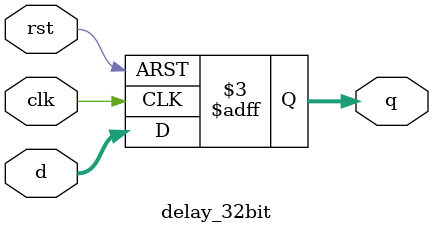
<source format=v>

`timescale 1ns/10ps
module delay_32bit(d,clk,rst,q);
  input [1:32] d;
  input rst, clk;
  output [1:32] q;
  reg [1:32] q;
  always @(posedge clk or negedge rst)
      begin
        if(!rst) 
           begin
             q <= 32'b0;
           end
        else 
           begin
             q <= d;
           end
      end
endmodule
</source>
